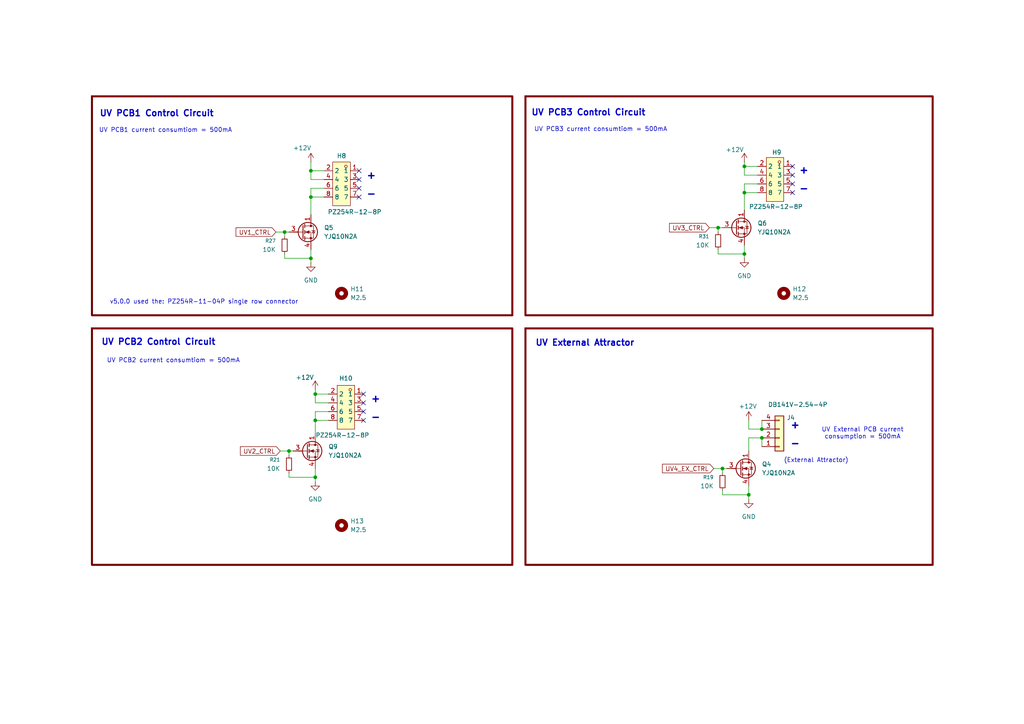
<source format=kicad_sch>
(kicad_sch (version 20250114) (generator "eeschema") (generator_version "9.0")
  (paper "A4")
  (title_block (title "MothBox") (date "2025-12-17") (rev "5.0.4") (company "Digital Naturalism Laboritories"))
  (lib_symbols
    (symbol "MothBox_Symbol_Library:+12V" (power) (pin_numbers (hide yes)) (pin_names (offset 0) (hide yes))
      (property "Value" "+12V" (at 0 3.556 0))
      (symbol "+12V_0_1"
        (polyline (pts (xy -0.762 1.27) (xy 0 2.54)))
        (polyline (pts (xy 0 2.54) (xy 0.762 1.27)))
        (polyline (pts (xy 0 0) (xy 0 2.54)))
      )
      (symbol "+12V_1_1"
        (pin power_in line (at 0 0 90) (length 0) (name "~") (number "1"))
      )
    )
    (symbol "MothBox_Symbol_Library:Conn_01x04" (pin_names (offset 1.016) (hide yes))
      (property "Reference" "J" (at 0 5.08 0))
      (property "Value" "Conn_01x04" (at 0 -7.62 0))
      (symbol "Conn_01x04_1_1"
        (rectangle (start -1.27 3.81) (end 1.27 -6.35) (stroke (width 0.254)) (fill (type background)))
        (rectangle (start -1.27 2.667) (end 0 2.413) (stroke (width 0.1524)))
        (rectangle (start -1.27 0.127) (end 0 -0.127) (stroke (width 0.1524)))
        (rectangle (start -1.27 -2.413) (end 0 -2.667) (stroke (width 0.1524)))
        (rectangle (start -1.27 -4.953) (end 0 -5.207) (stroke (width 0.1524)))
        (pin passive line (at -5.08 2.54 0) (length 3.81) (name "Pin_1") (number "1"))
        (pin passive line (at -5.08 0 0) (length 3.81) (name "Pin_2") (number "2"))
        (pin passive line (at -5.08 -2.54 0) (length 3.81) (name "Pin_3") (number "3"))
        (pin passive line (at -5.08 -5.08 0) (length 3.81) (name "Pin_4") (number "4"))
      )
    )
    (symbol "MothBox_Symbol_Library:GND" (power) (pin_numbers (hide yes)) (pin_names (offset 0) (hide yes))
      (property "Value" "GND" (at 0 -3.81 0))
      (symbol "GND_0_1"
        (polyline (pts (xy 0 0) (xy 0 -1.27) (xy 1.27 -1.27) (xy 0 -2.54) (xy -1.27 -1.27) (xy 0 -1.27)))
      )
      (symbol "GND_1_1"
        (pin power_in line (at 0 0 270) (length 0) (name "~") (number "1"))
      )
    )
    (symbol "MothBox_Symbol_Library:MountingHole" (pin_names (offset 1.016)) (in_bom no)
      (property "Reference" "H" (at 0 5.08 0))
      (property "Value" "MountingHole" (at 0 3.175 0))
      (symbol "MountingHole_0_1"
        (circle (center 0 0) (radius 1.27) (stroke (width 1.27)))
      )
    )
    (symbol "MothBox_Symbol_Library:PZ254R-12-8P"
      (property "Reference" "H" (at 0 8.89 0))
      (property "Value" "PZ254R-12-8P" (at 0 -8.89 0))
      (symbol "PZ254R-12-8P_0_1"
        (rectangle (start -2.54 6.35) (end 2.54 -6.35) (fill (type background)))
        (circle (center -1.27 5.08) (radius 0.38))
        (pin unspecified line (at -5.08 3.81 0) (length 2.54) (name "1") (number "1"))
        (pin unspecified line (at -5.08 1.27 0) (length 2.54) (name "3") (number "3"))
        (pin unspecified line (at -5.08 -1.27 0) (length 2.54) (name "5") (number "5"))
        (pin unspecified line (at -5.08 -3.81 0) (length 2.54) (name "7") (number "7"))
        (pin unspecified line (at 5.08 3.81 180) (length 2.54) (name "2") (number "2"))
        (pin unspecified line (at 5.08 1.27 180) (length 2.54) (name "4") (number "4"))
        (pin unspecified line (at 5.08 -1.27 180) (length 2.54) (name "6") (number "6"))
        (pin unspecified line (at 5.08 -3.81 180) (length 2.54) (name "8") (number "8"))
      )
    )
    (symbol "MothBox_Symbol_Library:R_Small" (pin_numbers (hide yes)) (pin_names (offset 0.254) (hide yes))
      (property "Reference" "R" (at 0 0 90))
      (property "Value" "R_Small" (at 1.778 0 90))
      (symbol "R_Small_0_1"
        (rectangle (start -0.762 1.778) (end 0.762 -1.778) (stroke (width 0.2032)))
      )
      (symbol "R_Small_1_1"
        (pin passive line (at 0 2.54 270) (length 0.762) (name "~") (number "1"))
        (pin passive line (at 0 -2.54 90) (length 0.762) (name "~") (number "2"))
      )
    )
    (symbol "MothBox_Symbol_Library:YJQ10N2A_1" (pin_names (hide yes))
      (property "Reference" "Q" (at 5.08 1.905 0))
      (property "Value" "YJQ10N2A" (at 5.08 0 0))
      (symbol "YJQ10N2A_1_0_1"
        (polyline (pts (xy 0.254 1.905) (xy 0.254 -1.905)) (stroke (width 0.254)))
        (polyline (pts (xy 0.254 0) (xy -2.54 0)))
        (polyline (pts (xy 0.762 2.286) (xy 0.762 1.27)) (stroke (width 0.254)))
        (polyline (pts (xy 0.762 0.508) (xy 0.762 -0.508)) (stroke (width 0.254)))
        (polyline (pts (xy 0.762 -1.27) (xy 0.762 -2.286)) (stroke (width 0.254)))
        (polyline (pts (xy 0.762 -1.778) (xy 3.302 -1.778) (xy 3.302 1.778) (xy 0.762 1.778)))
        (polyline (pts (xy 1.016 0) (xy 2.032 0.381) (xy 2.032 -0.381) (xy 1.016 0)) (fill (type outline)))
        (circle (center 1.651 0) (radius 2.794) (stroke (width 0.254)))
        (polyline (pts (xy 2.54 2.54) (xy 2.54 1.778)))
        (circle (center 2.54 1.778) (radius 0.254) (fill (type outline)))
        (circle (center 2.54 -1.778) (radius 0.254) (fill (type outline)))
        (polyline (pts (xy 2.54 -2.54) (xy 2.54 0) (xy 0.762 0)))
        (polyline (pts (xy 2.794 0.508) (xy 2.921 0.381) (xy 3.683 0.381) (xy 3.81 0.254)))
        (polyline (pts (xy 3.302 0.381) (xy 2.921 -0.254) (xy 3.683 -0.254) (xy 3.302 0.381)))
      )
      (symbol "YJQ10N2A_1_1_1"
        (pin input line (at -3.81 0 0) (length 2.54) (name "G") (number "3"))
        (pin passive line (at 2.54 5.08 270) (length 2.54) (name "D") (number "1"))
        (pin passive line (at 2.54 5.08 270) (length 2.54) (hide yes) (name "D") (number "2"))
        (pin passive line (at 2.54 5.08 270) (length 2.54) (hide yes) (name "D") (number "5"))
        (pin passive line (at 2.54 5.08 270) (length 2.54) (hide yes) (name "D") (number "6"))
        (pin passive line (at 2.54 5.08 270) (length 2.54) (hide yes) (name "D") (number "8"))
        (pin passive line (at 2.54 -5.08 90) (length 2.54) (name "S") (number "4"))
        (pin passive line (at 2.54 -5.08 90) (length 2.54) (hide yes) (name "S") (number "7"))
      )
    )
  )
  (rectangle (start 26.67 27.94) (end 148.59 91.44) (stroke (width 0.5842) (color 110 0 0 1)))
  (rectangle (start 152.4 27.94) (end 270.51 91.44) (stroke (width 0.5842) (color 110 0 0 1)))
  (rectangle (start 152.4 95.25) (end 270.51 163.83) (stroke (width 0.5842) (color 110 0 0 1)))
  (rectangle (start 26.67 95.25) (end 148.59 163.83) (stroke (width 0.5842) (color 110 0 0 1)))
  (text "-" (at 108.966 121.158 0) (effects (font (size 2 2) (thickness 0.4) (bold yes))))
  (text "UV External Attractor" (at 169.672 99.568 0) (effects (font (size 1.778 1.778) (thickness 0.3556) (bold yes))))
  (text "(External Attractor)" (at 236.728 133.604 0) (effects (font (size 1.27 1.27))))
  (text "-" (at 107.696 56.388 0) (effects (font (size 2 2) (thickness 0.4) (bold yes))))
  (text "+" (at 233.172 49.53 0) (effects (font (size 2 2) (thickness 0.4) (bold yes))))
  (text "+" (at 107.696 51.054 0) (effects (font (size 2 2) (thickness 0.4) (bold yes))))
  (text "UV PCB1 Control Circuit" (at 45.466 33.02 0) (effects (font (size 1.778 1.778) (thickness 0.3556) (bold yes))))
  (text "UV PCB3 Control Circuit" (at 170.688 32.766 0) (effects (font (size 1.778 1.778) (thickness 0.3556) (bold yes))))
  (text "UV PCB1 current consumtiom = 500mA" (at 48.006 37.846 0) (effects (font (size 1.27 1.27))))
  (text "-" (at 233.172 54.864 0) (effects (font (size 2 2) (thickness 0.4) (bold yes))))
  (text "UV PCB2 current consumtiom = 500mA" (at 50.292 104.648 0) (effects (font (size 1.27 1.27))))
  (text "-" (at 230.632 128.778 0) (effects (font (size 2 2) (thickness 0.4) (bold yes))))
  (text "+" (at 108.966 115.824 0) (effects (font (size 2 2) (thickness 0.4) (bold yes))))
  (text "v5.0.0 used the: PZ254R-11-04P single row connector" (at 59.182 87.63 0) (effects (font (size 1.27 1.27))))
  (text "+" (at 230.632 123.444 0) (effects (font (size 2 2) (thickness 0.4) (bold yes))))
  (text "UV PCB3 current consumtiom = 500mA" (at 174.244 37.592 0) (effects (font (size 1.27 1.27))))
  (text "UV PCB2 Control Circuit" (at 45.974 99.314 0) (effects (font (size 1.778 1.778) (thickness 0.3556) (bold yes))))
  (text "UV External PCB current\nconsumption = 500mA" (at 250.19 125.73 0) (effects (font (size 1.27 1.27))))
  (junction (at 83.82 130.81))
  (junction (at 217.17 143.51))
  (junction (at 215.9 55.88))
  (junction (at 220.98 124.46))
  (junction (at 215.9 48.26))
  (junction (at 82.55 67.31))
  (junction (at 91.44 121.92))
  (junction (at 209.55 135.89))
  (junction (at 220.98 127))
  (junction (at 208.28 66.04))
  (junction (at 215.9 73.66))
  (junction (at 90.17 57.15))
  (junction (at 91.44 138.43))
  (junction (at 90.17 74.93))
  (junction (at 90.17 49.53))
  (junction (at 91.44 114.3))
  (no_connect (at 229.87 50.8))
  (no_connect (at 105.41 116.84))
  (no_connect (at 229.87 48.26))
  (no_connect (at 229.87 55.88))
  (no_connect (at 105.41 119.38))
  (no_connect (at 104.14 52.07))
  (no_connect (at 104.14 57.15))
  (no_connect (at 104.14 54.61))
  (no_connect (at 105.41 114.3))
  (no_connect (at 105.41 121.92))
  (no_connect (at 104.14 49.53))
  (no_connect (at 229.87 53.34))
  (wire (pts (xy 219.71 53.34) (xy 215.9 53.34)))
  (wire (pts (xy 207.01 135.89) (xy 209.55 135.89)))
  (wire (pts (xy 91.44 121.92) (xy 91.44 119.38)))
  (wire (pts (xy 93.98 54.61) (xy 90.17 54.61)))
  (wire (pts (xy 82.55 74.93) (xy 90.17 74.93)))
  (wire (pts (xy 209.55 135.89) (xy 209.55 137.16)))
  (wire (pts (xy 83.82 137.16) (xy 83.82 138.43)))
  (wire (pts (xy 220.98 127) (xy 220.98 129.54)))
  (wire (pts (xy 217.17 127) (xy 220.98 127)))
  (wire (pts (xy 217.17 124.46) (xy 220.98 124.46)))
  (wire (pts (xy 90.17 57.15) (xy 90.17 62.23)))
  (wire (pts (xy 209.55 142.24) (xy 209.55 143.51)))
  (wire (pts (xy 83.82 130.81) (xy 85.09 130.81)))
  (wire (pts (xy 95.25 114.3) (xy 91.44 114.3)))
  (wire (pts (xy 91.44 121.92) (xy 95.25 121.92)))
  (wire (pts (xy 215.9 55.88) (xy 215.9 53.34)))
  (wire (pts (xy 215.9 46.99) (xy 215.9 48.26)))
  (wire (pts (xy 91.44 121.92) (xy 91.44 125.73)))
  (wire (pts (xy 217.17 127) (xy 217.17 130.81)))
  (wire (pts (xy 91.44 116.84) (xy 91.44 114.3)))
  (wire (pts (xy 93.98 57.15) (xy 90.17 57.15)))
  (wire (pts (xy 95.25 119.38) (xy 91.44 119.38)))
  (wire (pts (xy 91.44 138.43) (xy 91.44 139.7)))
  (wire (pts (xy 219.71 48.26) (xy 215.9 48.26)))
  (wire (pts (xy 209.55 143.51) (xy 217.17 143.51)))
  (wire (pts (xy 82.55 67.31) (xy 82.55 68.58)))
  (wire (pts (xy 93.98 49.53) (xy 90.17 49.53)))
  (wire (pts (xy 90.17 54.61) (xy 90.17 57.15)))
  (wire (pts (xy 81.28 130.81) (xy 83.82 130.81)))
  (wire (pts (xy 208.28 73.66) (xy 215.9 73.66)))
  (wire (pts (xy 82.55 73.66) (xy 82.55 74.93)))
  (wire (pts (xy 90.17 72.39) (xy 90.17 74.93)))
  (wire (pts (xy 83.82 130.81) (xy 83.82 132.08)))
  (wire (pts (xy 90.17 46.99) (xy 90.17 49.53)))
  (wire (pts (xy 91.44 135.89) (xy 91.44 138.43)))
  (wire (pts (xy 215.9 55.88) (xy 215.9 60.96)))
  (wire (pts (xy 217.17 121.92) (xy 217.17 124.46)))
  (wire (pts (xy 208.28 72.39) (xy 208.28 73.66)))
  (wire (pts (xy 219.71 55.88) (xy 215.9 55.88)))
  (wire (pts (xy 91.44 113.03) (xy 91.44 114.3)))
  (wire (pts (xy 205.74 66.04) (xy 208.28 66.04)))
  (wire (pts (xy 215.9 71.12) (xy 215.9 73.66)))
  (wire (pts (xy 217.17 143.51) (xy 217.17 144.78)))
  (wire (pts (xy 90.17 52.07) (xy 90.17 49.53)))
  (wire (pts (xy 217.17 140.97) (xy 217.17 143.51)))
  (wire (pts (xy 215.9 50.8) (xy 215.9 48.26)))
  (wire (pts (xy 82.55 67.31) (xy 83.82 67.31)))
  (wire (pts (xy 209.55 135.89) (xy 210.82 135.89)))
  (wire (pts (xy 90.17 74.93) (xy 90.17 76.2)))
  (wire (pts (xy 80.01 67.31) (xy 82.55 67.31)))
  (wire (pts (xy 215.9 73.66) (xy 215.9 74.93)))
  (wire (pts (xy 95.25 116.84) (xy 91.44 116.84)))
  (wire (pts (xy 93.98 52.07) (xy 90.17 52.07)))
  (wire (pts (xy 83.82 138.43) (xy 91.44 138.43)))
  (wire (pts (xy 220.98 121.92) (xy 220.98 124.46)))
  (wire (pts (xy 208.28 66.04) (xy 208.28 67.31)))
  (wire (pts (xy 219.71 50.8) (xy 215.9 50.8)))
  (wire (pts (xy 208.28 66.04) (xy 209.55 66.04)))
  (global_label "UV1_CTRL" (shape input) (at 80.01 67.31 180) (property "Intersheetrefs" "${INTERSHEET_REFS}" (effects (hide yes))))
  (global_label "UV4_EX_CTRL" (shape input) (at 207.01 135.89 180) (property "Intersheetrefs" "${INTERSHEET_REFS}" (effects (hide yes))))
  (global_label "UV2_CTRL" (shape input) (at 81.28 130.81 180) (property "Intersheetrefs" "${INTERSHEET_REFS}" (effects (hide yes))))
  (global_label "UV3_CTRL" (shape input) (at 205.74 66.04 180) (property "Intersheetrefs" "${INTERSHEET_REFS}" (effects (hide yes))))
  (symbol (lib_id "MothBox_Symbol_Library:GND") (at 215.9 74.93 0) (unit 1)
    (property "Reference" "#PWR042" (effects (hide yes)))
    (property "Value" "GND" (at 215.9 80.01 0))
    (property "Description" "Power symbol creates a global label with name \"GND\" , ground" (effects (hide yes)))
  )
  (symbol (lib_id "MothBox_Symbol_Library:GND") (at 217.17 144.78 0) (unit 1)
    (property "Reference" "#PWR038" (effects (hide yes)))
    (property "Value" "GND" (at 217.17 149.86 0))
    (property "Description" "Power symbol creates a global label with name \"GND\" , ground" (effects (hide yes)))
  )
  (symbol (lib_id "MothBox_Symbol_Library:+12V") (at 91.44 113.03 0) (mirror y) (unit 1)
    (property "Reference" "#PWR039" (effects (hide yes)))
    (property "Value" "+12V" (at 88.392 109.474 0))
    (property "Description" "Power symbol creates a global label with name \"+12V\"" (effects (hide yes)))
  )
  (symbol (lib_id "MothBox_Symbol_Library:YJQ10N2A_1") (at 213.36 66.04 0) (unit 1)
    (property "Reference" "Q6" (at 219.71 64.7699 0) (effects (justify left)))
    (property "Value" "YJQ10N2A" (at 219.71 67.3099 0) (effects (justify left)))
    (property "Footprint" "MothBox_footprints_Library:U-DFN2020-6_L2.0-W2.0-P0.65-BL" (effects (hide yes)))
    (property "Description" "20V Vds, 10V Vgs, 13A Id, 9.5m Ohm, N-Channel MOSFET, DFN2020-3" (effects (hide yes)))
    (property "LCSC_Part" "C919558" (effects (hide yes)))
  )
  (symbol (lib_id "MothBox_Symbol_Library:Conn_01x04") (at 226.06 127 0) (mirror x) (unit 1)
    (property "Reference" "J4" (at 229.362 121.158 0))
    (property "Value" "DB141V-2.54-4P" (at 231.394 117.348 0))
    (property "Footprint" "MothBox_footprints_Library:CONN-TH_4P-P2.54_DIBO_DB141V-2.54-4P" (effects (hide yes)))
    (property "Description" "Generic connector, single row, 01x04, script generated (kicad-library-utils/schlib/autogen/connector/)" (effects (hide yes)))
    (property "LCSC_Part" "C2898746" (effects (hide yes)))
  )
  (symbol (lib_id "MothBox_Symbol_Library:MountingHole") (at 227.33 85.09 0) (unit 1) (in_bom no)
    (property "Reference" "H12" (at 229.87 83.8199 0) (effects (justify left)))
    (property "Value" "M2.5" (at 229.87 86.3599 0) (effects (justify left)))
    (property "Footprint" "MountingHole:MountingHole_2.7mm" (effects (hide yes)))
    (property "Description" "Mounting Hole without connection" (effects (hide yes)))
  )
  (symbol (lib_id "MothBox_Symbol_Library:R_Small") (at 208.28 69.85 0) (mirror y) (unit 1)
    (property "Reference" "R31" (at 205.74 68.5799 0) (effects (font (size 1.016 1.016)) (justify left)))
    (property "Value" "10K" (at 205.74 71.1199 0) (effects (justify left)))
    (property "Footprint" "MothBox_footprints_Library:R_0603_1608Metric" (effects (hide yes)))
    (property "Description" "Resistor, small symbol" (effects (hide yes)))
    (property "LCSC_Part" "C25804" (effects (hide yes)))
  )
  (symbol (lib_id "MothBox_Symbol_Library:YJQ10N2A_1") (at 214.63 135.89 0) (unit 1)
    (property "Reference" "Q4" (at 220.98 134.6199 0) (effects (justify left)))
    (property "Value" "YJQ10N2A" (at 220.98 137.1599 0) (effects (justify left)))
    (property "Footprint" "MothBox_footprints_Library:U-DFN2020-6_L2.0-W2.0-P0.65-BL" (effects (hide yes)))
    (property "Description" "20V Vds, 10V Vgs, 13A Id, 9.5m Ohm, N-Channel MOSFET, DFN2020-3" (effects (hide yes)))
    (property "LCSC_Part" "C919558" (effects (hide yes)))
  )
  (symbol (lib_id "MothBox_Symbol_Library:YJQ10N2A_1") (at 88.9 130.81 0) (unit 1)
    (property "Reference" "Q9" (at 95.25 129.5399 0) (effects (justify left)))
    (property "Value" "YJQ10N2A" (at 95.25 132.0799 0) (effects (justify left)))
    (property "Footprint" "MothBox_footprints_Library:U-DFN2020-6_L2.0-W2.0-P0.65-BL" (effects (hide yes)))
    (property "Description" "20V Vds, 10V Vgs, 13A Id, 9.5m Ohm, N-Channel MOSFET, DFN2020-3" (effects (hide yes)))
    (property "LCSC_Part" "C919558" (effects (hide yes)))
  )
  (symbol (lib_id "MothBox_Symbol_Library:PZ254R-12-8P") (at 100.33 118.11 0) (mirror y) (unit 1)
    (property "Reference" "H10" (at 100.33 109.728 0))
    (property "Value" "PZ254R-12-8P" (at 99.314 126.238 0))
    (property "Footprint" "MothBox_footprints_Library:HDR-TH_8P-P2.54-H-M-R2-C4-S2.54" (effects (hide yes)))
    (property "Datasheet" "https://lcsc.com/product-detail/Pin-Header-Female-Header_XFCN-PZ254R-12-8P_C492432.html" (effects (hide yes)))
    (property "LCSC_Part" "C492432" (effects (hide yes)))
  )
  (symbol (lib_id "MothBox_Symbol_Library:+12V") (at 217.17 121.92 0) (mirror y) (unit 1)
    (property "Reference" "#PWR053" (effects (hide yes)))
    (property "Value" "+12V" (at 216.916 117.856 0))
    (property "Description" "Power symbol creates a global label with name \"+12V\"" (effects (hide yes)))
  )
  (symbol (lib_id "MothBox_Symbol_Library:MountingHole") (at 99.06 152.4 0) (unit 1) (in_bom no)
    (property "Reference" "H13" (at 101.6 151.1299 0) (effects (justify left)))
    (property "Value" "M2.5" (at 101.6 153.6699 0) (effects (justify left)))
    (property "Footprint" "MountingHole:MountingHole_2.7mm" (effects (hide yes)))
    (property "Description" "Mounting Hole without connection" (effects (hide yes)))
  )
  (symbol (lib_id "MothBox_Symbol_Library:GND") (at 91.44 139.7 0) (unit 1)
    (property "Reference" "#PWR044" (effects (hide yes)))
    (property "Value" "GND" (at 91.44 144.78 0))
    (property "Description" "Power symbol creates a global label with name \"GND\" , ground" (effects (hide yes)))
  )
  (symbol (lib_id "MothBox_Symbol_Library:R_Small") (at 83.82 134.62 0) (mirror y) (unit 1)
    (property "Reference" "R21" (at 81.28 133.3499 0) (effects (font (size 1.016 1.016)) (justify left)))
    (property "Value" "10K" (at 81.28 135.8899 0) (effects (justify left)))
    (property "Footprint" "MothBox_footprints_Library:R_0603_1608Metric" (effects (hide yes)))
    (property "Description" "Resistor, small symbol" (effects (hide yes)))
    (property "LCSC_Part" "C25804" (effects (hide yes)))
  )
  (symbol (lib_id "MothBox_Symbol_Library:YJQ10N2A_1") (at 87.63 67.31 0) (unit 1)
    (property "Reference" "Q5" (at 93.98 66.0399 0) (effects (justify left)))
    (property "Value" "YJQ10N2A" (at 93.98 68.5799 0) (effects (justify left)))
    (property "Footprint" "MothBox_footprints_Library:U-DFN2020-6_L2.0-W2.0-P0.65-BL" (effects (hide yes)))
    (property "Description" "20V Vds, 10V Vgs, 13A Id, 9.5m Ohm, N-Channel MOSFET, DFN2020-3" (effects (hide yes)))
    (property "LCSC_Part" "C919558" (effects (hide yes)))
  )
  (symbol (lib_id "MothBox_Symbol_Library:PZ254R-12-8P") (at 99.06 53.34 0) (mirror y) (unit 1)
    (property "Reference" "H8" (at 99.06 45.212 0))
    (property "Value" "PZ254R-12-8P" (at 102.87 61.468 0))
    (property "Footprint" "MothBox_footprints_Library:HDR-TH_8P-P2.54-H-M-R2-C4-S2.54" (effects (hide yes)))
    (property "Datasheet" "https://lcsc.com/product-detail/Pin-Header-Female-Header_XFCN-PZ254R-12-8P_C492432.html" (effects (hide yes)))
    (property "LCSC_Part" "C492432" (effects (hide yes)))
  )
  (symbol (lib_id "MothBox_Symbol_Library:PZ254R-12-8P") (at 224.79 52.07 0) (mirror y) (unit 1)
    (property "Reference" "H9" (at 225.298 44.196 0))
    (property "Value" "PZ254R-12-8P" (at 225.044 59.944 0))
    (property "Footprint" "MothBox_footprints_Library:HDR-TH_8P-P2.54-H-M-R2-C4-S2.54" (effects (hide yes)))
    (property "Datasheet" "https://lcsc.com/product-detail/Pin-Header-Female-Header_XFCN-PZ254R-12-8P_C492432.html" (effects (hide yes)))
    (property "LCSC_Part" "C492432" (effects (hide yes)))
  )
  (symbol (lib_id "MothBox_Symbol_Library:+12V") (at 215.9 46.99 0) (unit 1)
    (property "Reference" "#PWR043" (effects (hide yes)))
    (property "Value" "+12V" (at 213.106 43.434 0))
    (property "Description" "Power symbol creates a global label with name \"+12V\"" (effects (hide yes)))
  )
  (symbol (lib_id "MothBox_Symbol_Library:+12V") (at 90.17 46.99 0) (unit 1)
    (property "Reference" "#PWR040" (effects (hide yes)))
    (property "Value" "+12V" (at 87.63 42.926 0))
    (property "Description" "Power symbol creates a global label with name \"+12V\"" (effects (hide yes)))
  )
  (symbol (lib_id "MothBox_Symbol_Library:GND") (at 90.17 76.2 0) (unit 1)
    (property "Reference" "#PWR041" (effects (hide yes)))
    (property "Value" "GND" (at 90.17 81.28 0))
    (property "Description" "Power symbol creates a global label with name \"GND\" , ground" (effects (hide yes)))
  )
  (symbol (lib_id "MothBox_Symbol_Library:MountingHole") (at 99.06 85.09 0) (unit 1) (in_bom no)
    (property "Reference" "H11" (at 101.6 83.8199 0) (effects (justify left)))
    (property "Value" "M2.5" (at 101.6 86.3599 0) (effects (justify left)))
    (property "Footprint" "MountingHole:MountingHole_2.7mm" (effects (hide yes)))
    (property "Description" "Mounting Hole without connection" (effects (hide yes)))
  )
  (symbol (lib_id "MothBox_Symbol_Library:R_Small") (at 209.55 139.7 0) (mirror y) (unit 1)
    (property "Reference" "R19" (at 207.01 138.4299 0) (effects (font (size 1.016 1.016)) (justify left)))
    (property "Value" "10K" (at 207.01 140.9699 0) (effects (justify left)))
    (property "Footprint" "MothBox_footprints_Library:R_0603_1608Metric" (effects (hide yes)))
    (property "Description" "Resistor, small symbol" (effects (hide yes)))
    (property "LCSC_Part" "C25804" (effects (hide yes)))
  )
  (symbol (lib_id "MothBox_Symbol_Library:R_Small") (at 82.55 71.12 0) (mirror y) (unit 1)
    (property "Reference" "R27" (at 80.01 69.8499 0) (effects (font (size 1.016 1.016)) (justify left)))
    (property "Value" "10K" (at 80.01 72.3899 0) (effects (justify left)))
    (property "Footprint" "MothBox_footprints_Library:R_0603_1608Metric" (effects (hide yes)))
    (property "Description" "Resistor, small symbol" (effects (hide yes)))
    (property "LCSC_Part" "C25804" (effects (hide yes)))
  )
)
</source>
